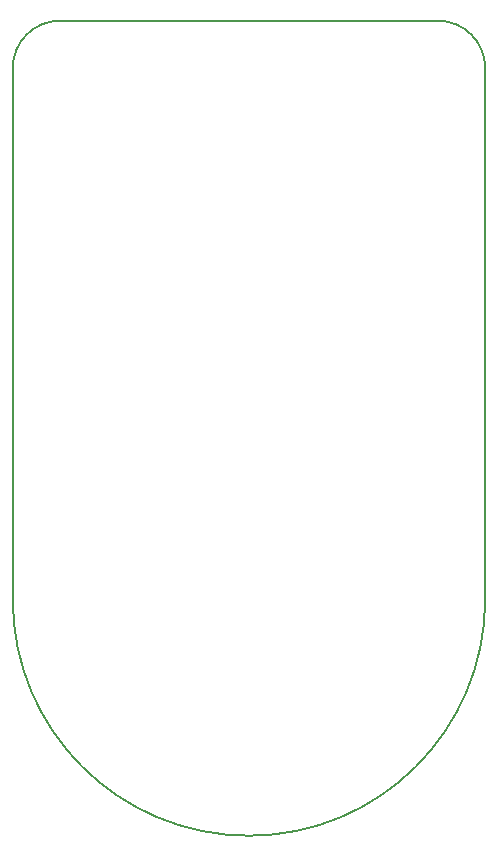
<source format=gm1>
G04 #@! TF.FileFunction,Profile,NP*
%FSLAX46Y46*%
G04 Gerber Fmt 4.6, Leading zero omitted, Abs format (unit mm)*
G04 Created by KiCad (PCBNEW (2016-04-26 BZR 6712)-product) date Friday, 13 May 2016 'amt' 09:44:12*
%MOMM*%
%LPD*%
G01*
G04 APERTURE LIST*
%ADD10C,0.100000*%
%ADD11C,0.150000*%
G04 APERTURE END LIST*
D10*
D11*
X180000000Y-87000000D02*
G75*
G03X176000000Y-83000000I-4000000J0D01*
G01*
X144000000Y-83000000D02*
G75*
G03X140000000Y-87000000I0J-4000000D01*
G01*
X140000000Y-132000000D02*
G75*
G03X180000000Y-132000000I20000000J0D01*
G01*
X140000000Y-132000000D02*
X140000000Y-87000000D01*
X180000000Y-87000000D02*
X180000000Y-132000000D01*
X144000000Y-83000000D02*
X176000000Y-83000000D01*
M02*

</source>
